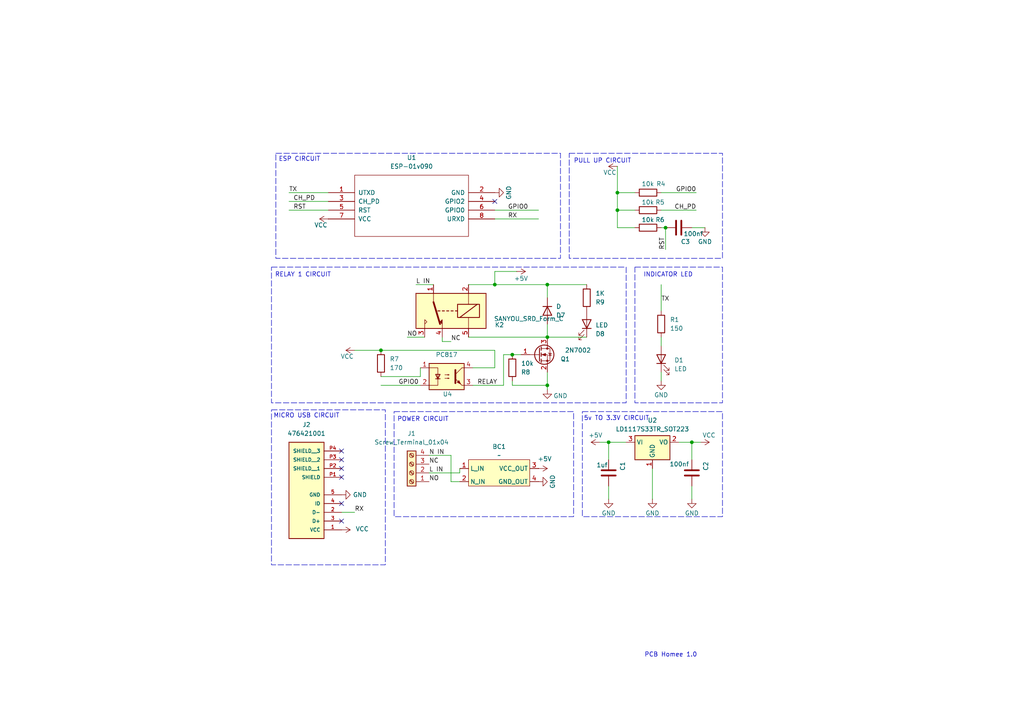
<source format=kicad_sch>
(kicad_sch (version 20231120) (generator "eeschema") (generator_version "8.0")
  (paper "A4")
  (lib_symbols
    (symbol "476421001:476421001" (pin_names (offset 1.016))
      (property "Reference" "J" (at -5.08 10.668 0))
      (property "Value" "476421001" (at -5.08 -20.32 0))
      (symbol "476421001_0_0"
        (rectangle (start -5.08 -17.78) (end 5.08 10.16) (stroke (width 0.254)) (fill (type background)))
        (pin power_in line (at -10.16 7.62 0) (length 5.08) (name "VCC") (number "1"))
        (pin bidirectional line (at -10.16 2.54 0) (length 5.08) (name "D-") (number "2"))
        (pin bidirectional line (at -10.16 5.08 0) (length 5.08) (name "D+") (number "3"))
        (pin bidirectional line (at -10.16 0 0) (length 5.08) (name "ID") (number "4"))
        (pin power_in line (at -10.16 -2.54 0) (length 5.08) (name "GND") (number "5"))
        (pin power_in line (at -10.16 -7.62 0) (length 5.08) (name "SHIELD") (number "P1"))
        (pin power_in line (at -10.16 -10.16 0) (length 5.08) (name "SHIELD__1") (number "P2"))
        (pin power_in line (at -10.16 -12.7 0) (length 5.08) (name "SHIELD__2") (number "P3"))
        (pin power_in line (at -10.16 -15.24 0) (length 5.08) (name "SHIELD__3") (number "P4"))
      )
    )
    (symbol "Connector:Screw_Terminal_01x04" (pin_names (offset 1.016) hide)
      (property "Reference" "J" (at 0 5.08 0))
      (property "Value" "Screw_Terminal_01x04" (at 0 -7.62 0))
      (symbol "Screw_Terminal_01x04_1_1"
        (rectangle (start -1.27 3.81) (end 1.27 -6.35) (stroke (width 0.254)) (fill (type background)))
        (circle (center 0 -5.08) (radius 0.635) (stroke (width 0.1524)))
        (circle (center 0 -2.54) (radius 0.635) (stroke (width 0.1524)))
        (polyline (pts (xy -0.5334 -4.7498) (xy 0.3302 -5.588)) (stroke (width 0.1524)))
        (polyline (pts (xy -0.5334 -2.2098) (xy 0.3302 -3.048)) (stroke (width 0.1524)))
        (polyline (pts (xy -0.5334 0.3302) (xy 0.3302 -0.508)) (stroke (width 0.1524)))
        (polyline (pts (xy -0.5334 2.8702) (xy 0.3302 2.032)) (stroke (width 0.1524)))
        (polyline (pts (xy -0.3556 -4.572) (xy 0.508 -5.4102)) (stroke (width 0.1524)))
        (polyline (pts (xy -0.3556 -2.032) (xy 0.508 -2.8702)) (stroke (width 0.1524)))
        (polyline (pts (xy -0.3556 0.508) (xy 0.508 -0.3302)) (stroke (width 0.1524)))
        (polyline (pts (xy -0.3556 3.048) (xy 0.508 2.2098)) (stroke (width 0.1524)))
        (circle (center 0 0) (radius 0.635) (stroke (width 0.1524)))
        (circle (center 0 2.54) (radius 0.635) (stroke (width 0.1524)))
        (pin passive line (at -5.08 2.54 0) (length 3.81) (name "Pin_1") (number "1"))
        (pin passive line (at -5.08 0 0) (length 3.81) (name "Pin_2") (number "2"))
        (pin passive line (at -5.08 -2.54 0) (length 3.81) (name "Pin_3") (number "3"))
        (pin passive line (at -5.08 -5.08 0) (length 3.81) (name "Pin_4") (number "4"))
      )
    )
    (symbol "Device:C" (pin_numbers hide) (pin_names (offset 0.254))
      (property "Reference" "C" (at 0.635 2.54 0))
      (property "Value" "C" (at 0.635 -2.54 0))
      (symbol "C_0_1"
        (polyline (pts (xy -2.032 -0.762) (xy 2.032 -0.762)) (stroke (width 0.508)))
        (polyline (pts (xy -2.032 0.762) (xy 2.032 0.762)) (stroke (width 0.508)))
      )
      (symbol "C_1_1"
        (pin passive line (at 0 3.81 270) (length 2.794) (name "~") (number "1"))
        (pin passive line (at 0 -3.81 90) (length 2.794) (name "~") (number "2"))
      )
    )
    (symbol "Device:D" (pin_numbers hide) (pin_names (offset 1.016) hide)
      (property "Reference" "D" (at 0 2.54 0))
      (property "Value" "D" (at 0 -2.54 0))
      (symbol "D_0_1"
        (polyline (pts (xy -1.27 1.27) (xy -1.27 -1.27)) (stroke (width 0.254)))
        (polyline (pts (xy 1.27 0) (xy -1.27 0)))
        (polyline (pts (xy 1.27 1.27) (xy 1.27 -1.27) (xy -1.27 0) (xy 1.27 1.27)) (stroke (width 0.254)))
      )
      (symbol "D_1_1"
        (pin passive line (at -3.81 0 0) (length 2.54) (name "K") (number "1"))
        (pin passive line (at 3.81 0 180) (length 2.54) (name "A") (number "2"))
      )
    )
    (symbol "Device:LED" (pin_numbers hide) (pin_names (offset 1.016) hide)
      (property "Reference" "D" (at 0 2.54 0))
      (property "Value" "LED" (at 0 -2.54 0))
      (symbol "LED_0_1"
        (polyline (pts (xy -1.27 -1.27) (xy -1.27 1.27)) (stroke (width 0.254)))
        (polyline (pts (xy -1.27 0) (xy 1.27 0)))
        (polyline (pts (xy 1.27 -1.27) (xy 1.27 1.27) (xy -1.27 0) (xy 1.27 -1.27)) (stroke (width 0.254)))
        (polyline (pts (xy -3.048 -0.762) (xy -4.572 -2.286) (xy -3.81 -2.286) (xy -4.572 -2.286) (xy -4.572 -1.524)))
        (polyline (pts (xy -1.778 -0.762) (xy -3.302 -2.286) (xy -2.54 -2.286) (xy -3.302 -2.286) (xy -3.302 -1.524)))
      )
      (symbol "LED_1_1"
        (pin passive line (at -3.81 0 0) (length 2.54) (name "K") (number "1"))
        (pin passive line (at 3.81 0 180) (length 2.54) (name "A") (number "2"))
      )
    )
    (symbol "Device:R" (pin_numbers hide) (pin_names (offset 0))
      (property "Reference" "R" (at 2.032 0 90))
      (property "Value" "R" (at 0 0 90))
      (symbol "R_0_1"
        (rectangle (start -1.016 -2.54) (end 1.016 2.54) (stroke (width 0.254)))
      )
      (symbol "R_1_1"
        (pin passive line (at 0 3.81 270) (length 1.27) (name "~") (number "1"))
        (pin passive line (at 0 -3.81 90) (length 1.27) (name "~") (number "2"))
      )
    )
    (symbol "ESP8266:ESP-01v090" (pin_names (offset 1.016))
      (property "Reference" "U" (at 0 -2.54 0))
      (property "Value" "ESP-01v090" (at 0 2.54 0))
      (symbol "ESP-01v090_1_0"
        (rectangle (start -16.51 -8.89) (end 16.51 8.89))
      )
      (symbol "ESP-01v090_1_1"
        (pin output line (at -24.13 3.81 0) (length 7.62) (name "UTXD") (number "1"))
        (pin power_in line (at 24.13 3.81 180) (length 7.62) (name "GND") (number "2"))
        (pin input line (at -24.13 1.27 0) (length 7.62) (name "CH_PD") (number "3"))
        (pin tri_state line (at 24.13 1.27 180) (length 7.62) (name "GPIO2") (number "4"))
        (pin input line (at -24.13 -1.27 0) (length 7.62) (name "RST") (number "5"))
        (pin tri_state line (at 24.13 -1.27 180) (length 7.62) (name "GPIO0") (number "6"))
        (pin power_in line (at -24.13 -3.81 0) (length 7.62) (name "VCC") (number "7"))
        (pin input line (at 24.13 -3.81 180) (length 7.62) (name "URXD") (number "8"))
      )
    )
    (symbol "Isolator:PC817" (pin_names (offset 1.016))
      (property "Reference" "U" (at -5.08 5.08 0))
      (property "Value" "PC817" (at 0 5.08 0))
      (symbol "PC817_0_1"
        (rectangle (start -5.08 3.81) (end 5.08 -3.81) (stroke (width 0.254)) (fill (type background)))
        (polyline (pts (xy -3.175 -0.635) (xy -1.905 -0.635)) (stroke (width 0.254)))
        (polyline (pts (xy 2.54 0.635) (xy 4.445 2.54)))
        (polyline (pts (xy 4.445 -2.54) (xy 2.54 -0.635)) (fill (type outline)))
        (polyline (pts (xy 4.445 -2.54) (xy 5.08 -2.54)))
        (polyline (pts (xy 4.445 2.54) (xy 5.08 2.54)))
        (polyline (pts (xy -5.08 2.54) (xy -2.54 2.54) (xy -2.54 -0.635)))
        (polyline (pts (xy -2.54 -0.635) (xy -2.54 -2.54) (xy -5.08 -2.54)))
        (polyline (pts (xy 2.54 1.905) (xy 2.54 -1.905) (xy 2.54 -1.905)) (stroke (width 0.508)))
        (polyline (pts (xy -2.54 -0.635) (xy -3.175 0.635) (xy -1.905 0.635) (xy -2.54 -0.635)) (stroke (width 0.254)))
        (polyline (pts (xy -0.508 -0.508) (xy 0.762 -0.508) (xy 0.381 -0.635) (xy 0.381 -0.381) (xy 0.762 -0.508)))
        (polyline (pts (xy -0.508 0.508) (xy 0.762 0.508) (xy 0.381 0.381) (xy 0.381 0.635) (xy 0.762 0.508)))
        (polyline (pts (xy 3.048 -1.651) (xy 3.556 -1.143) (xy 4.064 -2.159) (xy 3.048 -1.651) (xy 3.048 -1.651)) (fill (type outline)))
      )
      (symbol "PC817_1_1"
        (pin passive line (at -7.62 2.54 0) (length 2.54) (name "~") (number "1"))
        (pin passive line (at -7.62 -2.54 0) (length 2.54) (name "~") (number "2"))
        (pin passive line (at 7.62 -2.54 180) (length 2.54) (name "~") (number "3"))
        (pin passive line (at 7.62 2.54 180) (length 2.54) (name "~") (number "4"))
      )
    )
    (symbol "Regulator_Linear:LD1117S33TR_SOT223"
      (property "Reference" "U" (at -3.81 3.175 0))
      (property "Value" "LD1117S33TR_SOT223" (at 0 3.175 0))
      (symbol "LD1117S33TR_SOT223_0_1"
        (rectangle (start -5.08 -5.08) (end 5.08 1.905) (stroke (width 0.254)) (fill (type background)))
      )
      (symbol "LD1117S33TR_SOT223_1_1"
        (pin power_in line (at 0 -7.62 90) (length 2.54) (name "GND") (number "1"))
        (pin power_out line (at 7.62 0 180) (length 2.54) (name "VO") (number "2"))
        (pin power_in line (at -7.62 0 0) (length 2.54) (name "VI") (number "3"))
      )
    )
    (symbol "Relay:SANYOU_SRD_Form_C"
      (property "Reference" "K" (at 11.43 3.81 0))
      (property "Value" "SANYOU_SRD_Form_C" (at 11.43 1.27 0))
      (symbol "SANYOU_SRD_Form_C_0_0"
        (polyline (pts (xy 7.62 5.08) (xy 7.62 2.54) (xy 6.985 3.175) (xy 7.62 3.81)))
      )
      (symbol "SANYOU_SRD_Form_C_0_1"
        (rectangle (start -10.16 5.08) (end 10.16 -5.08) (stroke (width 0.254)) (fill (type background)))
        (rectangle (start -8.255 1.905) (end -1.905 -1.905) (stroke (width 0.254)))
        (polyline (pts (xy -7.62 -1.905) (xy -2.54 1.905)) (stroke (width 0.254)))
        (polyline (pts (xy -5.08 -5.08) (xy -5.08 -1.905)))
        (polyline (pts (xy -5.08 5.08) (xy -5.08 1.905)))
        (polyline (pts (xy -1.905 0) (xy -1.27 0)) (stroke (width 0.254)))
        (polyline (pts (xy -0.635 0) (xy 0 0)) (stroke (width 0.254)))
        (polyline (pts (xy 0.635 0) (xy 1.27 0)) (stroke (width 0.254)))
        (polyline (pts (xy 1.905 0) (xy 2.54 0)) (stroke (width 0.254)))
        (polyline (pts (xy 3.175 0) (xy 3.81 0)) (stroke (width 0.254)))
        (polyline (pts (xy 5.08 -2.54) (xy 3.175 3.81)) (stroke (width 0.508)))
        (polyline (pts (xy 5.08 -2.54) (xy 5.08 -5.08)))
      )
      (symbol "SANYOU_SRD_Form_C_1_1"
        (polyline (pts (xy 2.54 3.81) (xy 3.175 3.175) (xy 2.54 2.54) (xy 2.54 5.08)) (fill (type outline)))
        (pin passive line (at 5.08 -7.62 90) (length 2.54) (name "~") (number "1"))
        (pin passive line (at -5.08 -7.62 90) (length 2.54) (name "~") (number "2"))
        (pin passive line (at 7.62 7.62 270) (length 2.54) (name "~") (number "3"))
        (pin passive line (at 2.54 7.62 270) (length 2.54) (name "~") (number "4"))
        (pin passive line (at -5.08 7.62 270) (length 2.54) (name "~") (number "5"))
      )
    )
    (symbol "Transistor_FET:2N7002" (pin_names hide)
      (property "Reference" "Q" (at 5.08 1.905 0))
      (property "Value" "2N7002" (at 5.08 0 0))
      (symbol "2N7002_0_1"
        (polyline (pts (xy 0.254 0) (xy -2.54 0)))
        (polyline (pts (xy 0.254 1.905) (xy 0.254 -1.905)) (stroke (width 0.254)))
        (polyline (pts (xy 0.762 -1.27) (xy 0.762 -2.286)) (stroke (width 0.254)))
        (polyline (pts (xy 0.762 0.508) (xy 0.762 -0.508)) (stroke (width 0.254)))
        (polyline (pts (xy 0.762 2.286) (xy 0.762 1.27)) (stroke (width 0.254)))
        (polyline (pts (xy 2.54 2.54) (xy 2.54 1.778)))
        (polyline (pts (xy 2.54 -2.54) (xy 2.54 0) (xy 0.762 0)))
        (polyline (pts (xy 0.762 -1.778) (xy 3.302 -1.778) (xy 3.302 1.778) (xy 0.762 1.778)))
        (polyline (pts (xy 1.016 0) (xy 2.032 0.381) (xy 2.032 -0.381) (xy 1.016 0)) (fill (type outline)))
        (polyline (pts (xy 2.794 0.508) (xy 2.921 0.381) (xy 3.683 0.381) (xy 3.81 0.254)))
        (polyline (pts (xy 3.302 0.381) (xy 2.921 -0.254) (xy 3.683 -0.254) (xy 3.302 0.381)))
        (circle (center 1.651 0) (radius 2.794) (stroke (width 0.254)))
        (circle (center 2.54 -1.778) (radius 0.254) (fill (type outline)))
        (circle (center 2.54 1.778) (radius 0.254) (fill (type outline)))
      )
      (symbol "2N7002_1_1"
        (pin input line (at -5.08 0 0) (length 2.54) (name "G") (number "1"))
        (pin passive line (at 2.54 -5.08 90) (length 2.54) (name "S") (number "2"))
        (pin passive line (at 2.54 5.08 270) (length 2.54) (name "D") (number "3"))
      )
    )
    (symbol "custom:Buck_Converter"
      (property "Reference" "BC" (at -2.54 0 0))
      (symbol "Buck_Converter_1_1"
        (rectangle (start -8.89 3.81) (end 8.89 -3.81) (fill (type background)))
        (pin input line (at -11.43 1.27 0) (length 2.54) (name "L_IN") (number "1"))
        (pin input line (at -11.43 -2.54 0) (length 2.54) (name "N_IN") (number "2"))
        (pin power_out line (at 11.43 1.27 180) (length 2.54) (name "VCC_OUT") (number "3"))
        (pin power_out line (at 11.43 -2.54 180) (length 2.54) (name "GND_OUT") (number "4"))
      )
    )
    (symbol "power:+5V" (power) (pin_numbers hide) (pin_names (offset 0) hide)
      (property "Value" "+5V" (at 0 3.556 0))
      (symbol "+5V_0_1"
        (polyline (pts (xy -0.762 1.27) (xy 0 2.54)))
        (polyline (pts (xy 0 0) (xy 0 2.54)))
        (polyline (pts (xy 0 2.54) (xy 0.762 1.27)))
      )
      (symbol "+5V_1_1"
        (pin power_in line (at 0 0 90) (length 0) (name "~") (number "1"))
      )
    )
    (symbol "power:GND" (power) (pin_numbers hide) (pin_names (offset 0) hide)
      (property "Value" "GND" (at 0 -3.81 0))
      (symbol "GND_0_1"
        (polyline (pts (xy 0 0) (xy 0 -1.27) (xy 1.27 -1.27) (xy 0 -2.54) (xy -1.27 -1.27) (xy 0 -1.27)))
      )
      (symbol "GND_1_1"
        (pin power_in line (at 0 0 270) (length 0) (name "~") (number "1"))
      )
    )
    (symbol "power:VCC" (power) (pin_numbers hide) (pin_names (offset 0) hide)
      (property "Value" "VCC" (at 0 3.556 0))
      (symbol "VCC_0_1"
        (polyline (pts (xy -0.762 1.27) (xy 0 2.54)))
        (polyline (pts (xy 0 0) (xy 0 2.54)))
        (polyline (pts (xy 0 2.54) (xy 0.762 1.27)))
      )
      (symbol "VCC_1_1"
        (pin power_in line (at 0 0 90) (length 0) (name "~") (number "1"))
      )
    )
  )
  (junction (at 148.59 102.87))
  (junction (at 143.51 82.55))
  (junction (at 158.75 97.79))
  (junction (at 193.04 66.04))
  (junction (at 179.07 60.96))
  (junction (at 158.75 111.76))
  (junction (at 176.53 128.27))
  (junction (at 110.49 101.6))
  (junction (at 179.07 55.88))
  (junction (at 200.66 128.27))
  (junction (at 158.75 82.55))
  (no_connect (at 99.06 138.43))
  (no_connect (at 143.51 58.42))
  (no_connect (at 99.06 135.89))
  (no_connect (at 99.06 151.13))
  (no_connect (at 99.06 133.35))
  (no_connect (at 99.06 130.81))
  (no_connect (at 99.06 146.05))
  (wire (pts (xy 143.51 60.96) (xy 156.21 60.96)))
  (wire (pts (xy 137.16 106.68) (xy 143.51 106.68)))
  (wire (pts (xy 110.49 111.76) (xy 121.92 111.76)))
  (wire (pts (xy 156.21 63.5) (xy 143.51 63.5)))
  (wire (pts (xy 179.07 66.04) (xy 184.15 66.04)))
  (wire (pts (xy 189.23 135.89) (xy 189.23 144.78)))
  (wire (pts (xy 201.93 60.96) (xy 191.77 60.96)))
  (wire (pts (xy 191.77 55.88) (xy 201.93 55.88)))
  (wire (pts (xy 179.07 60.96) (xy 179.07 66.04)))
  (wire (pts (xy 121.92 109.22) (xy 121.92 106.68)))
  (wire (pts (xy 158.75 113.03) (xy 158.75 111.76)))
  (wire (pts (xy 158.75 111.76) (xy 158.75 107.95)))
  (wire (pts (xy 179.07 55.88) (xy 179.07 60.96)))
  (wire (pts (xy 158.75 82.55) (xy 170.18 82.55)))
  (wire (pts (xy 148.59 111.76) (xy 158.75 111.76)))
  (wire (pts (xy 148.59 102.87) (xy 151.13 102.87)))
  (wire (pts (xy 148.59 102.87) (xy 146.05 102.87)))
  (wire (pts (xy 149.86 78.74) (xy 143.51 78.74)))
  (wire (pts (xy 133.35 137.16) (xy 133.35 135.89)))
  (wire (pts (xy 179.07 55.88) (xy 184.15 55.88)))
  (wire (pts (xy 176.53 128.27) (xy 181.61 128.27)))
  (wire (pts (xy 83.82 55.88) (xy 95.25 55.88)))
  (wire (pts (xy 176.53 140.97) (xy 176.53 144.78)))
  (wire (pts (xy 99.06 148.59) (xy 102.87 148.59)))
  (wire (pts (xy 124.46 137.16) (xy 133.35 137.16)))
  (wire (pts (xy 146.05 102.87) (xy 146.05 111.76)))
  (wire (pts (xy 102.87 101.6) (xy 110.49 101.6)))
  (wire (pts (xy 123.19 97.79) (xy 118.11 97.79)))
  (wire (pts (xy 191.77 82.55) (xy 191.77 90.17)))
  (wire (pts (xy 191.77 97.79) (xy 191.77 100.33)))
  (wire (pts (xy 200.66 128.27) (xy 203.2 128.27)))
  (wire (pts (xy 196.85 128.27) (xy 200.66 128.27)))
  (wire (pts (xy 120.65 82.55) (xy 125.73 82.55)))
  (wire (pts (xy 124.46 132.08) (xy 130.81 132.08)))
  (wire (pts (xy 143.51 101.6) (xy 143.51 106.68)))
  (wire (pts (xy 200.66 66.04) (xy 204.47 66.04)))
  (wire (pts (xy 200.66 133.35) (xy 200.66 128.27)))
  (wire (pts (xy 135.89 97.79) (xy 158.75 97.79)))
  (wire (pts (xy 158.75 97.79) (xy 170.18 97.79)))
  (wire (pts (xy 179.07 60.96) (xy 184.15 60.96)))
  (wire (pts (xy 143.51 82.55) (xy 158.75 82.55)))
  (wire (pts (xy 148.59 111.76) (xy 148.59 110.49)))
  (wire (pts (xy 173.99 128.27) (xy 176.53 128.27)))
  (wire (pts (xy 128.27 99.06) (xy 128.27 97.79)))
  (wire (pts (xy 193.04 72.39) (xy 193.04 66.04)))
  (wire (pts (xy 200.66 144.78) (xy 200.66 140.97)))
  (wire (pts (xy 130.81 139.7) (xy 133.35 139.7)))
  (wire (pts (xy 110.49 109.22) (xy 121.92 109.22)))
  (wire (pts (xy 130.81 132.08) (xy 130.81 139.7)))
  (wire (pts (xy 176.53 128.27) (xy 176.53 133.35)))
  (wire (pts (xy 130.81 99.06) (xy 128.27 99.06)))
  (wire (pts (xy 191.77 110.49) (xy 191.77 107.95)))
  (wire (pts (xy 158.75 86.36) (xy 158.75 82.55)))
  (wire (pts (xy 143.51 78.74) (xy 143.51 82.55)))
  (wire (pts (xy 179.07 48.26) (xy 179.07 55.88)))
  (wire (pts (xy 135.89 82.55) (xy 143.51 82.55)))
  (wire (pts (xy 110.49 101.6) (xy 143.51 101.6)))
  (wire (pts (xy 191.77 66.04) (xy 193.04 66.04)))
  (wire (pts (xy 83.82 58.42) (xy 95.25 58.42)))
  (wire (pts (xy 137.16 111.76) (xy 146.05 111.76)))
  (wire (pts (xy 83.82 60.96) (xy 95.25 60.96)))
  (wire (pts (xy 158.75 97.79) (xy 158.75 93.98)))
  (rectangle (start 165.1 44.45) (end 209.55 74.93) (stroke (width 0) (type dash)))
  (rectangle (start 80.01 44.45) (end 162.56 74.93) (stroke (width 0) (type dash)))
  (rectangle (start 78.74 118.872) (end 111.76 163.83) (stroke (width 0) (type dash)))
  (rectangle (start 78.74 77.47) (end 181.61 116.84) (stroke (width 0) (type dash)))
  (rectangle (start 184.15 77.47) (end 209.55 116.84) (stroke (width 0) (type dash)))
  (rectangle (start 168.91 119.38) (end 209.55 149.86) (stroke (width 0) (type dash)))
  (rectangle (start 114.3 119.38) (end 166.37 149.86) (stroke (width 0) (type dash)))
  (text "INDICATOR LED" (at 193.802 79.756 0) (effects (font (size 1.27 1.27))))
  (text "PCB Homee 1.0" (at 194.564 189.992 0) (effects (font (size 1.27 1.27))))
  (text "MICRO USB CIRCUIT" (at 88.9 120.65 0) (effects (font (size 1.27 1.27))))
  (text "RELAY 1 CIRCUIT" (at 87.884 79.756 0) (effects (font (size 1.27 1.27))))
  (text "ESP CIRCUIT\n" (at 86.868 46.228 0) (effects (font (size 1.27 1.27))))
  (text "PULL UP CIRCUIT\n" (at 174.752 46.736 0) (effects (font (size 1.27 1.27))))
  (text "5v TO 3.3V CIRCUIT\n" (at 178.816 121.412 0) (effects (font (size 1.27 1.27))))
  (text "POWER CIRCUIT\n" (at 122.682 121.666 0) (effects (font (size 1.27 1.27))))
  (label "RX" (at 147.32 63.5 0))
  (label "NO" (at 124.46 139.7 0))
  (label "GPIO0" (at 115.57 111.76 0))
  (label "TX" (at 83.82 55.88 0))
  (label "NC" (at 124.46 134.62 0))
  (label "TX" (at 191.77 87.63 0))
  (label "RST" (at 85.09 60.96 0))
  (label "NO" (at 118.11 97.79 0))
  (label "RX" (at 102.87 148.59 0))
  (label "GPIO0" (at 147.32 60.96 0))
  (label "RELAY" (at 138.43 111.76 0))
  (label "NC" (at 130.81 99.06 0))
  (label "L IN" (at 120.65 82.55 0))
  (label "CH_PD" (at 85.09 58.42 0))
  (label "RST" (at 193.04 72.39 90))
  (label "GPIO0" (at 201.93 55.88 180))
  (label "L IN" (at 124.46 137.16 0))
  (label "N IN" (at 124.46 132.08 0))
  (label "CH_PD" (at 201.93 60.96 180))
  (symbol (lib_id "power:GND") (at 200.66 144.78 0) (unit 1)
    (property "Reference" "#PWR04" (effects (hide yes)))
    (property "Value" "GND" (at 200.66 148.844 0))
    (property "Description" "Power symbol creates a global label with name \"GND\" , ground" (effects (hide yes)))
  )
  (symbol (lib_id "power:GND") (at 191.77 110.49 0) (unit 1)
    (property "Reference" "#PWR08" (effects (hide yes)))
    (property "Value" "GND" (at 191.77 114.554 0))
    (property "Description" "Power symbol creates a global label with name \"GND\" , ground" (effects (hide yes)))
  )
  (symbol (lib_id "Isolator:PC817") (at 129.54 109.22 0) (unit 1)
    (property "Reference" "U4" (at 129.794 114.3 0))
    (property "Value" "PC817" (at 129.54 102.87 0))
    (property "Footprint" "Package_DIP:SMDIP-4_W7.62mm" (effects (hide yes)))
    (property "Datasheet" "http://www.soselectronic.cz/a_info/resource/d/pc817.pdf" (effects (hide yes)))
    (property "Description" "DC Optocoupler, Vce 35V, CTR 50-300%, DIP-4" (effects (hide yes)))
    (property "MPN" "C2936043" (effects (hide yes)))
    (property "Note" "https://jlcpcb.com/partdetail/slkor_slkormicro_elec-PC817C/C2936043" (effects (hide yes)))
  )
  (symbol (lib_id "Transistor_FET:2N7002") (at 156.21 102.87 0) (unit 1)
    (property "Reference" "Q1" (at 162.56 104.1401 0) (effects (justify left)))
    (property "Value" "2N7002" (at 163.83 101.6 0) (effects (justify left)))
    (property "Footprint" "Package_TO_SOT_SMD:SOT-23" (effects (hide yes)))
    (property "Datasheet" "https://www.onsemi.com/pub/Collateral/NDS7002A-D.PDF" (effects (hide yes)))
    (property "Description" "0.115A Id, 60V Vds, N-Channel MOSFET, SOT-23" (effects (hide yes)))
    (property "MPN" "C5224215" (effects (hide yes)))
    (property "Note" "https://jlcpcb.com/partdetail/Elecsuper-2N7002/C5224215" (effects (hide yes)))
  )
  (symbol (lib_id "Device:R") (at 187.96 60.96 90) (unit 1)
    (property "Reference" "R5" (at 192.786 58.674 90) (effects (justify left)))
    (property "Value" "10k" (at 189.738 58.674 90) (effects (justify left)))
    (property "Footprint" "Resistor_SMD:R_0805_2012Metric_Pad1.20x1.40mm_HandSolder" (effects (hide yes)))
    (property "Description" "Resistor" (effects (hide yes)))
    (property "MPN" "C2889342" (effects (hide yes)))
    (property "Note" "https://jlcpcb.com/partdetail/Vo-SCR0402J200R/C2889342" (effects (hide yes)))
  )
  (symbol (lib_id "power:GND") (at 156.21 139.7 90) (unit 1)
    (property "Reference" "#PWR015" (effects (hide yes)))
    (property "Value" "GND" (at 160.274 139.7 0))
    (property "Description" "Power symbol creates a global label with name \"GND\" , ground" (effects (hide yes)))
  )
  (symbol (lib_id "power:GND") (at 143.51 55.88 90) (unit 1)
    (property "Reference" "#PWR012" (effects (hide yes)))
    (property "Value" "GND" (at 147.574 55.88 0))
    (property "Description" "Power symbol creates a global label with name \"GND\" , ground" (effects (hide yes)))
  )
  (symbol (lib_id "power:GND") (at 99.06 143.51 90) (unit 1)
    (property "Reference" "#PWR016" (effects (hide yes)))
    (property "Value" "GND" (at 104.394 143.51 90))
    (property "Description" "Power symbol creates a global label with name \"GND\" , ground" (effects (hide yes)))
  )
  (symbol (lib_id "Device:R") (at 110.49 105.41 0) (unit 1)
    (property "Reference" "R7" (at 113.03 104.1399 0) (effects (justify left)))
    (property "Value" "170" (at 113.03 106.6799 0) (effects (justify left)))
    (property "Footprint" "Resistor_SMD:R_0805_2012Metric_Pad1.20x1.40mm_HandSolder" (effects (hide yes)))
    (property "Description" "Resistor" (effects (hide yes)))
    (property "Note" "https://jlcpcb.com/partdetail/Vo-SCR0402J200R/C3017576" (effects (hide yes)))
    (property "Vendor" "MPN" (effects (hide yes)))
  )
  (symbol (lib_id "Device:C") (at 200.66 137.16 180) (unit 1)
    (property "Reference" "C2" (at 204.724 133.858 90) (effects (justify left)))
    (property "Value" "100nf" (at 199.898 134.62 0) (effects (justify left)))
    (property "Footprint" "Capacitor_SMD:C_1210_3225Metric" (effects (hide yes)))
    (property "Description" "Unpolarized capacitor" (effects (hide yes)))
    (property "MPN" "C7393836" (effects (hide yes)))
    (property "Note" "https://jlcpcb.com/partdetail/Cctc-TCC0201X7R103M500ZT/C7393836" (effects (hide yes)))
  )
  (symbol (lib_id "Connector:Screw_Terminal_01x04") (at 119.38 137.16 180) (unit 1)
    (property "Reference" "J1" (at 119.38 125.73 0))
    (property "Value" "Screw_Terminal_01x04" (at 119.38 128.27 0))
    (property "Footprint" "TerminalBlock_Phoenix:TerminalBlock_Phoenix_PT-1,5-4-3.5-H_1x04_P3.50mm_Horizontal" (effects (hide yes)))
    (property "Description" "Generic screw terminal, single row, 01x04, script generated (kicad-library-utils/schlib/autogen/connector/)" (effects (hide yes)))
  )
  (symbol (lib_id "Device:LED") (at 191.77 104.14 90) (unit 1)
    (property "Reference" "D1" (at 195.58 104.4574 90) (effects (justify right)))
    (property "Value" "LED" (at 195.58 106.9974 90) (effects (justify right)))
    (property "Footprint" "LED_THT:LED_D3.0mm" (effects (hide yes)))
    (property "Description" "Light emitting diode" (effects (hide yes)))
    (property "Note" "https://jlcpcb.com/partdetail/Meihua-MHL3014GTD/C3028821" (effects (hide yes)))
    (property "MPN" "C3028821" (effects (hide yes)))
  )
  (symbol (lib_id "Regulator_Linear:LD1117S33TR_SOT223") (at 189.23 128.27 0) (unit 1)
    (property "Reference" "U2" (at 189.23 121.92 0))
    (property "Value" "LD1117S33TR_SOT223" (at 189.23 124.46 0))
    (property "Footprint" "Package_TO_SOT_SMD:SOT-223-3_TabPin2" (effects (hide yes)))
    (property "Datasheet" "http://www.st.com/st-web-ui/static/active/en/resource/technical/document/datasheet/CD00000544.pdf" (effects (hide yes)))
    (property "Description" "800mA Fixed Low Drop Positive Voltage Regulator, Fixed Output 3.3V, SOT-223" (effects (hide yes)))
    (property "Note" "https://jlcpcb.com/partdetail/Msksemi-LD1117_3_3_MS/C20538888" (effects (hide yes)))
    (property "MPN" "C20538888" (effects (hide yes)))
  )
  (symbol (lib_id "power:+5V") (at 156.21 135.89 270) (unit 1)
    (property "Reference" "#PWR014" (effects (hide yes)))
    (property "Value" "+5V" (at 157.988 133.096 90))
    (property "Description" "Power symbol creates a global label with name \"+5V\"" (effects (hide yes)))
  )
  (symbol (lib_id "power:+5V") (at 173.99 128.27 90) (unit 1)
    (property "Reference" "#PWR02" (effects (hide yes)))
    (property "Value" "+5V" (at 172.72 126.238 90))
    (property "Description" "Power symbol creates a global label with name \"+5V\"" (effects (hide yes)))
  )
  (symbol (lib_id "power:+5V") (at 149.86 78.74 270) (unit 1)
    (property "Reference" "#PWR013" (effects (hide yes)))
    (property "Value" "+5V" (at 151.13 80.772 90))
    (property "Description" "Power symbol creates a global label with name \"+5V\"" (effects (hide yes)))
  )
  (symbol (lib_id "Device:R") (at 187.96 66.04 90) (unit 1)
    (property "Reference" "R6" (at 192.786 63.754 90) (effects (justify left)))
    (property "Value" "10k" (at 189.738 63.754 90) (effects (justify left)))
    (property "Footprint" "Resistor_SMD:R_0805_2012Metric_Pad1.20x1.40mm_HandSolder" (effects (hide yes)))
    (property "Description" "Resistor" (effects (hide yes)))
    (property "MPN" "C2889342" (effects (hide yes)))
    (property "Note" "https://jlcpcb.com/partdetail/Vo-SCR0402J200R/C2889342" (effects (hide yes)))
  )
  (symbol (lib_id "Device:D") (at 158.75 90.17 90) (mirror x) (unit 1)
    (property "Reference" "D7" (at 161.29 91.4401 90) (effects (justify right)))
    (property "Value" "D" (at 161.29 88.9001 90) (effects (justify right)))
    (property "Footprint" "Diode_SMD:D_1210_3225Metric_Pad1.42x2.65mm_HandSolder" (effects (hide yes)))
    (property "Description" "Diode" (effects (hide yes)))
    (property "Sim.Device" "D" (effects (hide yes)))
    (property "Sim.Pins" "1=K 2=A" (effects (hide yes)))
    (property "MPN" "C17688656" (effects (hide yes)))
    (property "Note" "https://jlcpcb.com/partdetail/MicrochipTech-CDLL4148/C17688656" (effects (hide yes)))
  )
  (symbol (lib_id "Relay:SANYOU_SRD_Form_C") (at 130.81 90.17 180) (unit 1)
    (property "Reference" "K2" (at 143.51 94.234 0) (effects (justify right)))
    (property "Value" "SANYOU_SRD_Form_C" (at 143.256 92.456 0) (effects (justify right)))
    (property "Footprint" "Relay_THT:Relay_SPDT_SANYOU_SRD_Series_Form_C" (effects (hide yes)))
    (property "Datasheet" "http://www.sanyourelay.ca/public/products/pdf/SRD.pdf" (effects (hide yes)))
    (property "Description" "Sanyo SRD relay, Single Pole Miniature Power Relay," (effects (hide yes)))
  )
  (symbol (lib_id "Device:R") (at 191.77 93.98 0) (unit 1)
    (property "Reference" "R1" (at 194.31 92.7099 0) (effects (justify left)))
    (property "Value" "150" (at 194.31 95.2499 0) (effects (justify left)))
    (property "Footprint" "Resistor_SMD:R_0805_2012Metric_Pad1.20x1.40mm_HandSolder" (effects (hide yes)))
    (property "Description" "Resistor" (effects (hide yes)))
    (property "MPN" "C5141050" (effects (hide yes)))
    (property "Note" "https://jlcpcb.com/partdetail/Sunway-SC0402J1500F2ANRH/C5141050" (effects (hide yes)))
  )
  (symbol (lib_id "Device:R") (at 187.96 55.88 90) (unit 1)
    (property "Reference" "R4" (at 193.04 53.34 90) (effects (justify left)))
    (property "Value" "10k" (at 189.738 53.34 90) (effects (justify left)))
    (property "Footprint" "Resistor_SMD:R_0805_2012Metric_Pad1.20x1.40mm_HandSolder" (effects (hide yes)))
    (property "Description" "Resistor" (effects (hide yes)))
    (property "MPN" "C2889342" (effects (hide yes)))
    (property "Note" "https://jlcpcb.com/partdetail/Vo-SCR0402J200R/C2889342" (effects (hide yes)))
  )
  (symbol (lib_id "Device:R") (at 148.59 106.68 0) (mirror x) (unit 1)
    (property "Reference" "R8" (at 151.13 107.9501 0) (effects (justify left)))
    (property "Value" "10k" (at 151.13 105.4101 0) (effects (justify left)))
    (property "Footprint" "Resistor_SMD:R_0805_2012Metric_Pad1.20x1.40mm_HandSolder" (effects (hide yes)))
    (property "Description" "Resistor" (effects (hide yes)))
    (property "MPN" "C2889342" (effects (hide yes)))
    (property "Note" "https://jlcpcb.com/partdetail/Vo-SCR0402J200R/C2889342" (effects (hide yes)))
  )
  (symbol (lib_id "power:VCC") (at 102.87 101.6 90) (unit 1)
    (property "Reference" "#PWR06" (effects (hide yes)))
    (property "Value" "VCC" (at 102.616 103.378 90) (effects (justify left)))
    (property "Description" "Power symbol creates a global label with name \"VCC\"" (effects (hide yes)))
  )
  (symbol (lib_id "ESP8266:ESP-01v090") (at 119.38 59.69 0) (unit 1)
    (property "Reference" "U1" (at 119.38 45.72 0))
    (property "Value" "ESP-01v090" (at 119.38 48.26 0))
    (property "Footprint" "Connector_PinSocket_2.54mm:PinSocket_2x04_P2.54mm_Vertical" (effects (hide yes)))
    (property "Datasheet" "http://l0l.org.uk/2014/12/esp8266-modules-hardware-guide-gotta-catch-em-all/" (effects (hide yes)))
    (property "Description" "ESP8266 ESP-01 module, v090" (effects (hide yes)))
    (property "Note" "https://jlcpcb.com/partdetail/Zhouri-2_54_24/C2977588" (effects (hide yes)))
    (property "MPN" "C2977588" (effects (hide yes)))
  )
  (symbol (lib_id "custom:Buck_Converter") (at 144.78 137.16 0) (unit 1)
    (property "Reference" "BC1" (at 144.78 129.54 0))
    (property "Value" "~" (at 144.78 132.08 0))
    (property "Footprint" "Homme:Buck Connect" (effects (hide yes)))
  )
  (symbol (lib_id "Device:C") (at 176.53 137.16 180) (unit 1)
    (property "Reference" "C1" (at 180.594 133.858 90) (effects (justify left)))
    (property "Value" "1uf" (at 176.276 134.874 0) (effects (justify left)))
    (property "Footprint" "Capacitor_SMD:C_1210_3225Metric" (effects (hide yes)))
    (property "Description" "Unpolarized capacitor" (effects (hide yes)))
    (property "MPN" "C5189828" (effects (hide yes)))
    (property "Note" "https://jlcpcb.com/partdetail/5869649-CS1608X7R105K100NRB/C5189828" (effects (hide yes)))
  )
  (symbol (lib_id "power:VCC") (at 179.07 48.26 90) (unit 1)
    (property "Reference" "#PWR010" (effects (hide yes)))
    (property "Value" "VCC" (at 178.816 50.038 90) (effects (justify left)))
    (property "Description" "Power symbol creates a global label with name \"VCC\"" (effects (hide yes)))
  )
  (symbol (lib_id "Device:R") (at 170.18 86.36 0) (mirror x) (unit 1)
    (property "Reference" "R9" (at 172.72 87.6301 0) (effects (justify left)))
    (property "Value" "1K" (at 172.72 85.0901 0) (effects (justify left)))
    (property "Footprint" "Resistor_SMD:R_0805_2012Metric_Pad1.20x1.40mm_HandSolder" (effects (hide yes)))
    (property "Description" "Resistor" (effects (hide yes)))
    (property "MPN" "C384390" (effects (hide yes)))
    (property "Note" "https://jlcpcb.com/partdetail/Walsin_TechCorp-WR04X102JTL/C384390" (effects (hide yes)))
  )
  (symbol (lib_id "Device:C") (at 196.85 66.04 90) (unit 1)
    (property "Reference" "C3" (at 200.152 70.104 90) (effects (justify left)))
    (property "Value" "100nf" (at 203.962 67.818 90) (effects (justify left)))
    (property "Footprint" "Capacitor_SMD:C_1210_3225Metric" (effects (hide yes)))
    (property "Description" "Unpolarized capacitor" (effects (hide yes)))
    (property "MPN" "C7393836" (effects (hide yes)))
    (property "Note" "https://jlcpcb.com/partdetail/Cctc-TCC0201X7R103M500ZT/C7393836" (effects (hide yes)))
  )
  (symbol (lib_id "power:GND") (at 176.53 144.78 0) (unit 1)
    (property "Reference" "#PWR01" (effects (hide yes)))
    (property "Value" "GND" (at 176.53 148.844 0))
    (property "Description" "Power symbol creates a global label with name \"GND\" , ground" (effects (hide yes)))
  )
  (symbol (lib_id "power:GND") (at 158.75 113.03 0) (unit 1)
    (property "Reference" "#PWR07" (effects (hide yes)))
    (property "Value" "GND" (at 162.56 114.808 0))
    (property "Description" "Power symbol creates a global label with name \"GND\" , ground" (effects (hide yes)))
  )
  (symbol (lib_id "476421001:476421001") (at 88.9 146.05 180) (unit 1)
    (property "Reference" "J2" (at 88.9 123.19 0))
    (property "Value" "476421001" (at 88.9 125.73 0))
    (property "Footprint" "Homme:MOLEX_476421001" (effects (hide yes)))
    (property "PARTREV" "D" (effects (hide yes)))
    (property "STANDARD" "Manufacturer Recommendations" (effects (hide yes)))
    (property "MANUFACTURER" "Molex" (effects (hide yes)))
  )
  (symbol (lib_id "power:GND") (at 189.23 144.78 0) (unit 1)
    (property "Reference" "#PWR03" (effects (hide yes)))
    (property "Value" "GND" (at 189.23 148.844 0))
    (property "Description" "Power symbol creates a global label with name \"GND\" , ground" (effects (hide yes)))
  )
  (symbol (lib_id "Device:LED") (at 170.18 93.98 270) (mirror x) (unit 1)
    (property "Reference" "D8" (at 172.72 96.8376 90) (effects (justify left)))
    (property "Value" "LED" (at 172.72 94.2976 90) (effects (justify left)))
    (property "Footprint" "LED_THT:LED_D3.0mm" (effects (hide yes)))
    (property "Description" "Light emitting diode" (effects (hide yes)))
    (property "MPN" "C3028821" (effects (hide yes)))
    (property "Note" "https://jlcpcb.com/partdetail/Meihua-MHL3014GTD/C3028821" (effects (hide yes)))
  )
  (symbol (lib_id "power:VCC") (at 203.2 128.27 270) (unit 1)
    (property "Reference" "#PWR05" (effects (hide yes)))
    (property "Value" "VCC" (at 203.708 126.238 90) (effects (justify left)))
    (property "Description" "Power symbol creates a global label with name \"VCC\"" (effects (hide yes)))
  )
  (symbol (lib_id "power:VCC") (at 95.25 63.5 90) (unit 1)
    (property "Reference" "#PWR011" (effects (hide yes)))
    (property "Value" "VCC" (at 94.996 65.278 90) (effects (justify left)))
    (property "Description" "Power symbol creates a global label with name \"VCC\"" (effects (hide yes)))
  )
  (symbol (lib_id "power:GND") (at 204.47 66.04 0) (unit 1)
    (property "Reference" "#PWR09" (effects (hide yes)))
    (property "Value" "GND" (at 204.47 70.104 0))
    (property "Description" "Power symbol creates a global label with name \"GND\" , ground" (effects (hide yes)))
  )
  (symbol (lib_id "power:VCC") (at 99.06 153.67 270) (unit 1)
    (property "Reference" "#PWR017" (effects (hide yes)))
    (property "Value" "VCC" (at 103.124 153.416 90) (effects (justify left)))
    (property "Description" "Power symbol creates a global label with name \"VCC\"" (effects (hide yes)))
  )
)
</source>
